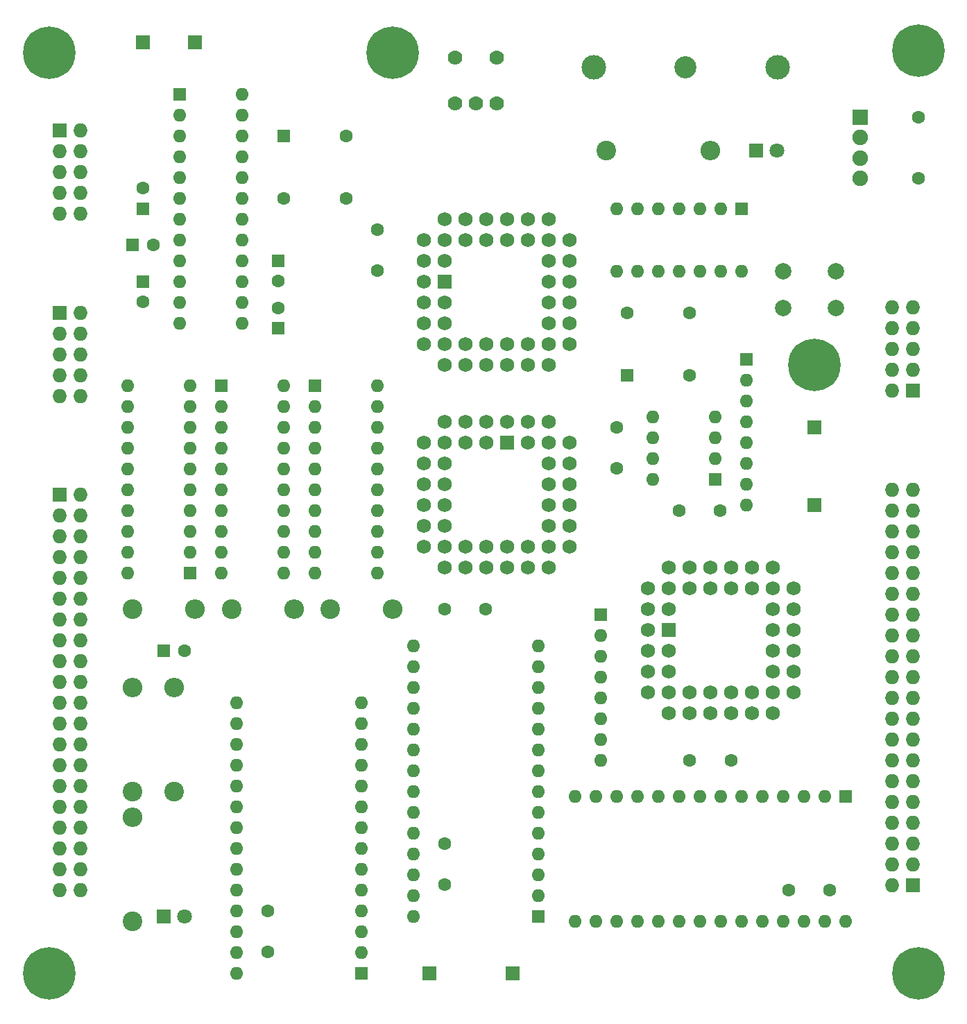
<source format=gbr>
G04 #@! TF.FileFunction,Soldermask,Top*
%FSLAX46Y46*%
G04 Gerber Fmt 4.6, Leading zero omitted, Abs format (unit mm)*
G04 Created by KiCad (PCBNEW 4.0.7-e2-6376~58~ubuntu16.04.1) date Tue Dec 19 13:26:44 2017*
%MOMM*%
%LPD*%
G01*
G04 APERTURE LIST*
%ADD10C,0.100000*%
%ADD11C,1.600000*%
%ADD12R,1.600000X1.600000*%
%ADD13R,1.800000X1.800000*%
%ADD14C,1.800000*%
%ADD15R,1.900000X1.900000*%
%ADD16C,1.900000*%
%ADD17R,1.727200X1.727200*%
%ADD18O,1.727200X1.727200*%
%ADD19C,6.400000*%
%ADD20C,2.400000*%
%ADD21O,2.400000X2.400000*%
%ADD22O,1.600000X1.600000*%
%ADD23C,2.000000*%
%ADD24R,1.750000X1.750000*%
%ADD25C,1.750000*%
%ADD26C,3.000000*%
%ADD27C,2.700000*%
%ADD28R,1.700000X1.700000*%
%ADD29C,1.778000*%
G04 APERTURE END LIST*
D10*
D11*
X141605000Y-110490000D03*
X136605000Y-110490000D03*
X85090000Y-128905000D03*
X85090000Y-133905000D03*
X106680000Y-120650000D03*
X106680000Y-125650000D03*
X153670000Y-126365000D03*
X148670000Y-126365000D03*
D12*
X68580000Y-47625000D03*
D11*
X71080000Y-47625000D03*
D12*
X86360000Y-49530000D03*
D11*
X86360000Y-52030000D03*
D12*
X69850000Y-43180000D03*
D11*
X69850000Y-40680000D03*
D12*
X69850000Y-52070000D03*
D11*
X69850000Y-54570000D03*
D12*
X86360000Y-57785000D03*
D11*
X86360000Y-55285000D03*
X98425000Y-45720000D03*
X98425000Y-50720000D03*
X106680000Y-92075000D03*
X111680000Y-92075000D03*
X127635000Y-69850000D03*
X127635000Y-74850000D03*
D13*
X72390000Y-129540000D03*
D14*
X74930000Y-129540000D03*
D15*
X157353000Y-32004000D03*
D16*
X157353000Y-34504000D03*
X157353000Y-37004000D03*
X157353000Y-39504000D03*
D11*
X164533000Y-32004000D03*
X164533000Y-39504000D03*
D17*
X59690000Y-33655000D03*
D18*
X62230000Y-33655000D03*
X59690000Y-36195000D03*
X62230000Y-36195000D03*
X59690000Y-38735000D03*
X62230000Y-38735000D03*
X59690000Y-41275000D03*
X62230000Y-41275000D03*
X59690000Y-43815000D03*
X62230000Y-43815000D03*
D17*
X59690000Y-55880000D03*
D18*
X62230000Y-55880000D03*
X59690000Y-58420000D03*
X62230000Y-58420000D03*
X59690000Y-60960000D03*
X62230000Y-60960000D03*
X59690000Y-63500000D03*
X62230000Y-63500000D03*
X59690000Y-66040000D03*
X62230000Y-66040000D03*
D17*
X163830000Y-65405000D03*
D18*
X161290000Y-65405000D03*
X163830000Y-62865000D03*
X161290000Y-62865000D03*
X163830000Y-60325000D03*
X161290000Y-60325000D03*
X163830000Y-57785000D03*
X161290000Y-57785000D03*
X163830000Y-55245000D03*
X161290000Y-55245000D03*
D19*
X58420000Y-24130000D03*
X100330000Y-24130000D03*
X164465000Y-23876000D03*
X164465000Y-136525000D03*
X151765000Y-62230000D03*
X58420000Y-136525000D03*
D17*
X59690000Y-78105000D03*
D18*
X62230000Y-78105000D03*
X59690000Y-80645000D03*
X62230000Y-80645000D03*
X59690000Y-83185000D03*
X62230000Y-83185000D03*
X59690000Y-85725000D03*
X62230000Y-85725000D03*
X59690000Y-88265000D03*
X62230000Y-88265000D03*
X59690000Y-90805000D03*
X62230000Y-90805000D03*
X59690000Y-93345000D03*
X62230000Y-93345000D03*
X59690000Y-95885000D03*
X62230000Y-95885000D03*
X59690000Y-98425000D03*
X62230000Y-98425000D03*
X59690000Y-100965000D03*
X62230000Y-100965000D03*
X59690000Y-103505000D03*
X62230000Y-103505000D03*
X59690000Y-106045000D03*
X62230000Y-106045000D03*
X59690000Y-108585000D03*
X62230000Y-108585000D03*
X59690000Y-111125000D03*
X62230000Y-111125000D03*
X59690000Y-113665000D03*
X62230000Y-113665000D03*
X59690000Y-116205000D03*
X62230000Y-116205000D03*
X59690000Y-118745000D03*
X62230000Y-118745000D03*
X59690000Y-121285000D03*
X62230000Y-121285000D03*
X59690000Y-123825000D03*
X62230000Y-123825000D03*
X59690000Y-126365000D03*
X62230000Y-126365000D03*
D20*
X68580000Y-114300000D03*
D21*
X68580000Y-101600000D03*
D20*
X68580000Y-130175000D03*
D21*
X68580000Y-117475000D03*
D20*
X73660000Y-114300000D03*
D21*
X73660000Y-101600000D03*
D12*
X143510000Y-61595000D03*
D22*
X143510000Y-64135000D03*
X143510000Y-66675000D03*
X143510000Y-69215000D03*
X143510000Y-71755000D03*
X143510000Y-74295000D03*
X143510000Y-76835000D03*
X143510000Y-79375000D03*
D12*
X125730000Y-92710000D03*
D22*
X125730000Y-95250000D03*
X125730000Y-97790000D03*
X125730000Y-100330000D03*
X125730000Y-102870000D03*
X125730000Y-105410000D03*
X125730000Y-107950000D03*
X125730000Y-110490000D03*
D23*
X147955000Y-55300000D03*
X147955000Y-50800000D03*
X154455000Y-55300000D03*
X154455000Y-50800000D03*
D24*
X133985000Y-94615000D03*
D25*
X133985000Y-97155000D03*
X133985000Y-99695000D03*
X133985000Y-92075000D03*
X133985000Y-89535000D03*
X133985000Y-86995000D03*
X131445000Y-97155000D03*
X131445000Y-99695000D03*
X131445000Y-102235000D03*
X131445000Y-94615000D03*
X131445000Y-92075000D03*
X131445000Y-89535000D03*
X133985000Y-102235000D03*
X136525000Y-102235000D03*
X139065000Y-102235000D03*
X141605000Y-102235000D03*
X144145000Y-102235000D03*
X133985000Y-104775000D03*
X136525000Y-104775000D03*
X139065000Y-104775000D03*
X141605000Y-104775000D03*
X144145000Y-104775000D03*
X146685000Y-104775000D03*
X146685000Y-102235000D03*
X146685000Y-99695000D03*
X146685000Y-97155000D03*
X146685000Y-94615000D03*
X146685000Y-92075000D03*
X146685000Y-89535000D03*
X149225000Y-102235000D03*
X149225000Y-99695000D03*
X149225000Y-97155000D03*
X149225000Y-94615000D03*
X149225000Y-92075000D03*
X149225000Y-89535000D03*
X144145000Y-89535000D03*
X141605000Y-89535000D03*
X139065000Y-89535000D03*
X136525000Y-89535000D03*
X131445000Y-89535000D03*
X146685000Y-86995000D03*
X144145000Y-86995000D03*
X141605000Y-86995000D03*
X139065000Y-86995000D03*
X136525000Y-86995000D03*
X133985000Y-86995000D03*
D12*
X96520000Y-136525000D03*
D22*
X81280000Y-103505000D03*
X96520000Y-133985000D03*
X81280000Y-106045000D03*
X96520000Y-131445000D03*
X81280000Y-108585000D03*
X96520000Y-128905000D03*
X81280000Y-111125000D03*
X96520000Y-126365000D03*
X81280000Y-113665000D03*
X96520000Y-123825000D03*
X81280000Y-116205000D03*
X96520000Y-121285000D03*
X81280000Y-118745000D03*
X96520000Y-118745000D03*
X81280000Y-121285000D03*
X96520000Y-116205000D03*
X81280000Y-123825000D03*
X96520000Y-113665000D03*
X81280000Y-126365000D03*
X96520000Y-111125000D03*
X81280000Y-128905000D03*
X96520000Y-108585000D03*
X81280000Y-131445000D03*
X96520000Y-106045000D03*
X81280000Y-133985000D03*
X96520000Y-103505000D03*
X81280000Y-136525000D03*
D12*
X118110000Y-129540000D03*
D22*
X102870000Y-96520000D03*
X118110000Y-127000000D03*
X102870000Y-99060000D03*
X118110000Y-124460000D03*
X102870000Y-101600000D03*
X118110000Y-121920000D03*
X102870000Y-104140000D03*
X118110000Y-119380000D03*
X102870000Y-106680000D03*
X118110000Y-116840000D03*
X102870000Y-109220000D03*
X118110000Y-114300000D03*
X102870000Y-111760000D03*
X118110000Y-111760000D03*
X102870000Y-114300000D03*
X118110000Y-109220000D03*
X102870000Y-116840000D03*
X118110000Y-106680000D03*
X102870000Y-119380000D03*
X118110000Y-104140000D03*
X102870000Y-121920000D03*
X118110000Y-101600000D03*
X102870000Y-124460000D03*
X118110000Y-99060000D03*
X102870000Y-127000000D03*
X118110000Y-96520000D03*
X102870000Y-129540000D03*
D12*
X155575000Y-114935000D03*
D22*
X122555000Y-130175000D03*
X153035000Y-114935000D03*
X125095000Y-130175000D03*
X150495000Y-114935000D03*
X127635000Y-130175000D03*
X147955000Y-114935000D03*
X130175000Y-130175000D03*
X145415000Y-114935000D03*
X132715000Y-130175000D03*
X142875000Y-114935000D03*
X135255000Y-130175000D03*
X140335000Y-114935000D03*
X137795000Y-130175000D03*
X137795000Y-114935000D03*
X140335000Y-130175000D03*
X135255000Y-114935000D03*
X142875000Y-130175000D03*
X132715000Y-114935000D03*
X145415000Y-130175000D03*
X130175000Y-114935000D03*
X147955000Y-130175000D03*
X127635000Y-114935000D03*
X150495000Y-130175000D03*
X125095000Y-114935000D03*
X153035000Y-130175000D03*
X122555000Y-114935000D03*
X155575000Y-130175000D03*
D24*
X114300000Y-71755000D03*
D25*
X111760000Y-71755000D03*
X109220000Y-71755000D03*
X116840000Y-71755000D03*
X119380000Y-71755000D03*
X121920000Y-71755000D03*
X111760000Y-69215000D03*
X109220000Y-69215000D03*
X106680000Y-69215000D03*
X114300000Y-69215000D03*
X116840000Y-69215000D03*
X119380000Y-69215000D03*
X106680000Y-71755000D03*
X106680000Y-74295000D03*
X106680000Y-76835000D03*
X106680000Y-79375000D03*
X106680000Y-81915000D03*
X104140000Y-71755000D03*
X104140000Y-74295000D03*
X104140000Y-76835000D03*
X104140000Y-79375000D03*
X104140000Y-81915000D03*
X104140000Y-84455000D03*
X106680000Y-84455000D03*
X109220000Y-84455000D03*
X111760000Y-84455000D03*
X114300000Y-84455000D03*
X116840000Y-84455000D03*
X119380000Y-84455000D03*
X106680000Y-86995000D03*
X109220000Y-86995000D03*
X111760000Y-86995000D03*
X114300000Y-86995000D03*
X116840000Y-86995000D03*
X119380000Y-86995000D03*
X119380000Y-81915000D03*
X119380000Y-79375000D03*
X119380000Y-76835000D03*
X119380000Y-74295000D03*
X119380000Y-69215000D03*
X121920000Y-84455000D03*
X121920000Y-81915000D03*
X121920000Y-79375000D03*
X121920000Y-76835000D03*
X121920000Y-74295000D03*
X121920000Y-71755000D03*
D12*
X142875000Y-43180000D03*
D22*
X127635000Y-50800000D03*
X140335000Y-43180000D03*
X130175000Y-50800000D03*
X137795000Y-43180000D03*
X132715000Y-50800000D03*
X135255000Y-43180000D03*
X135255000Y-50800000D03*
X132715000Y-43180000D03*
X137795000Y-50800000D03*
X130175000Y-43180000D03*
X140335000Y-50800000D03*
X127635000Y-43180000D03*
X142875000Y-50800000D03*
D12*
X79375000Y-64770000D03*
D22*
X86995000Y-87630000D03*
X79375000Y-67310000D03*
X86995000Y-85090000D03*
X79375000Y-69850000D03*
X86995000Y-82550000D03*
X79375000Y-72390000D03*
X86995000Y-80010000D03*
X79375000Y-74930000D03*
X86995000Y-77470000D03*
X79375000Y-77470000D03*
X86995000Y-74930000D03*
X79375000Y-80010000D03*
X86995000Y-72390000D03*
X79375000Y-82550000D03*
X86995000Y-69850000D03*
X79375000Y-85090000D03*
X86995000Y-67310000D03*
X79375000Y-87630000D03*
X86995000Y-64770000D03*
D12*
X90805000Y-64770000D03*
D22*
X98425000Y-87630000D03*
X90805000Y-67310000D03*
X98425000Y-85090000D03*
X90805000Y-69850000D03*
X98425000Y-82550000D03*
X90805000Y-72390000D03*
X98425000Y-80010000D03*
X90805000Y-74930000D03*
X98425000Y-77470000D03*
X90805000Y-77470000D03*
X98425000Y-74930000D03*
X90805000Y-80010000D03*
X98425000Y-72390000D03*
X90805000Y-82550000D03*
X98425000Y-69850000D03*
X90805000Y-85090000D03*
X98425000Y-67310000D03*
X90805000Y-87630000D03*
X98425000Y-64770000D03*
D12*
X75565000Y-87630000D03*
D22*
X67945000Y-64770000D03*
X75565000Y-85090000D03*
X67945000Y-67310000D03*
X75565000Y-82550000D03*
X67945000Y-69850000D03*
X75565000Y-80010000D03*
X67945000Y-72390000D03*
X75565000Y-77470000D03*
X67945000Y-74930000D03*
X75565000Y-74930000D03*
X67945000Y-77470000D03*
X75565000Y-72390000D03*
X67945000Y-80010000D03*
X75565000Y-69850000D03*
X67945000Y-82550000D03*
X75565000Y-67310000D03*
X67945000Y-85090000D03*
X75565000Y-64770000D03*
X67945000Y-87630000D03*
D12*
X74295000Y-29210000D03*
D22*
X81915000Y-57150000D03*
X74295000Y-31750000D03*
X81915000Y-54610000D03*
X74295000Y-34290000D03*
X81915000Y-52070000D03*
X74295000Y-36830000D03*
X81915000Y-49530000D03*
X74295000Y-39370000D03*
X81915000Y-46990000D03*
X74295000Y-41910000D03*
X81915000Y-44450000D03*
X74295000Y-44450000D03*
X81915000Y-41910000D03*
X74295000Y-46990000D03*
X81915000Y-39370000D03*
X74295000Y-49530000D03*
X81915000Y-36830000D03*
X74295000Y-52070000D03*
X81915000Y-34290000D03*
X74295000Y-54610000D03*
X81915000Y-31750000D03*
X74295000Y-57150000D03*
X81915000Y-29210000D03*
D24*
X106680000Y-52070000D03*
D25*
X106680000Y-54610000D03*
X106680000Y-57150000D03*
X106680000Y-49530000D03*
X106680000Y-46990000D03*
X106680000Y-44450000D03*
X104140000Y-54610000D03*
X104140000Y-57150000D03*
X104140000Y-59690000D03*
X104140000Y-52070000D03*
X104140000Y-49530000D03*
X104140000Y-46990000D03*
X106680000Y-59690000D03*
X109220000Y-59690000D03*
X111760000Y-59690000D03*
X114300000Y-59690000D03*
X116840000Y-59690000D03*
X106680000Y-62230000D03*
X109220000Y-62230000D03*
X111760000Y-62230000D03*
X114300000Y-62230000D03*
X116840000Y-62230000D03*
X119380000Y-62230000D03*
X119380000Y-59690000D03*
X119380000Y-57150000D03*
X119380000Y-54610000D03*
X119380000Y-52070000D03*
X119380000Y-49530000D03*
X119380000Y-46990000D03*
X121920000Y-59690000D03*
X121920000Y-57150000D03*
X121920000Y-54610000D03*
X121920000Y-52070000D03*
X121920000Y-49530000D03*
X121920000Y-46990000D03*
X116840000Y-46990000D03*
X114300000Y-46990000D03*
X111760000Y-46990000D03*
X109220000Y-46990000D03*
X104140000Y-46990000D03*
X119380000Y-44450000D03*
X116840000Y-44450000D03*
X114300000Y-44450000D03*
X111760000Y-44450000D03*
X109220000Y-44450000D03*
X106680000Y-44450000D03*
D12*
X128905000Y-63500000D03*
D11*
X128905000Y-55880000D03*
X136525000Y-55880000D03*
X136525000Y-63500000D03*
D12*
X86995000Y-34290000D03*
D11*
X94615000Y-34290000D03*
X94615000Y-41910000D03*
X86995000Y-41910000D03*
D13*
X144653000Y-36068000D03*
D14*
X147193000Y-36068000D03*
D26*
X124841000Y-25908000D03*
X147341000Y-25908000D03*
D27*
X136091000Y-25908000D03*
D28*
X114935000Y-136525000D03*
X104775000Y-136525000D03*
X151765000Y-79375000D03*
X151765000Y-69850000D03*
X76200000Y-22860000D03*
D20*
X126365000Y-36068000D03*
D21*
X139065000Y-36068000D03*
D28*
X69850000Y-22860000D03*
D29*
X113030000Y-24765000D03*
X107950000Y-24765000D03*
X113030000Y-30353000D03*
X110490000Y-30353000D03*
X107950000Y-30353000D03*
D12*
X72390000Y-97155000D03*
D11*
X74890000Y-97155000D03*
X135255000Y-80010000D03*
X140255000Y-80010000D03*
D17*
X163830000Y-125730000D03*
D18*
X161290000Y-125730000D03*
X163830000Y-123190000D03*
X161290000Y-123190000D03*
X163830000Y-120650000D03*
X161290000Y-120650000D03*
X163830000Y-118110000D03*
X161290000Y-118110000D03*
X163830000Y-115570000D03*
X161290000Y-115570000D03*
X163830000Y-113030000D03*
X161290000Y-113030000D03*
X163830000Y-110490000D03*
X161290000Y-110490000D03*
X163830000Y-107950000D03*
X161290000Y-107950000D03*
X163830000Y-105410000D03*
X161290000Y-105410000D03*
X163830000Y-102870000D03*
X161290000Y-102870000D03*
X163830000Y-100330000D03*
X161290000Y-100330000D03*
X163830000Y-97790000D03*
X161290000Y-97790000D03*
X163830000Y-95250000D03*
X161290000Y-95250000D03*
X163830000Y-92710000D03*
X161290000Y-92710000D03*
X163830000Y-90170000D03*
X161290000Y-90170000D03*
X163830000Y-87630000D03*
X161290000Y-87630000D03*
X163830000Y-85090000D03*
X161290000Y-85090000D03*
X163830000Y-82550000D03*
X161290000Y-82550000D03*
X163830000Y-80010000D03*
X161290000Y-80010000D03*
X163830000Y-77470000D03*
X161290000Y-77470000D03*
D20*
X92710000Y-92075000D03*
D21*
X100330000Y-92075000D03*
D20*
X68580000Y-92075000D03*
D21*
X76200000Y-92075000D03*
D20*
X80645000Y-92075000D03*
D21*
X88265000Y-92075000D03*
D12*
X139700000Y-76200000D03*
D22*
X132080000Y-68580000D03*
X139700000Y-73660000D03*
X132080000Y-71120000D03*
X139700000Y-71120000D03*
X132080000Y-73660000D03*
X139700000Y-68580000D03*
X132080000Y-76200000D03*
M02*

</source>
